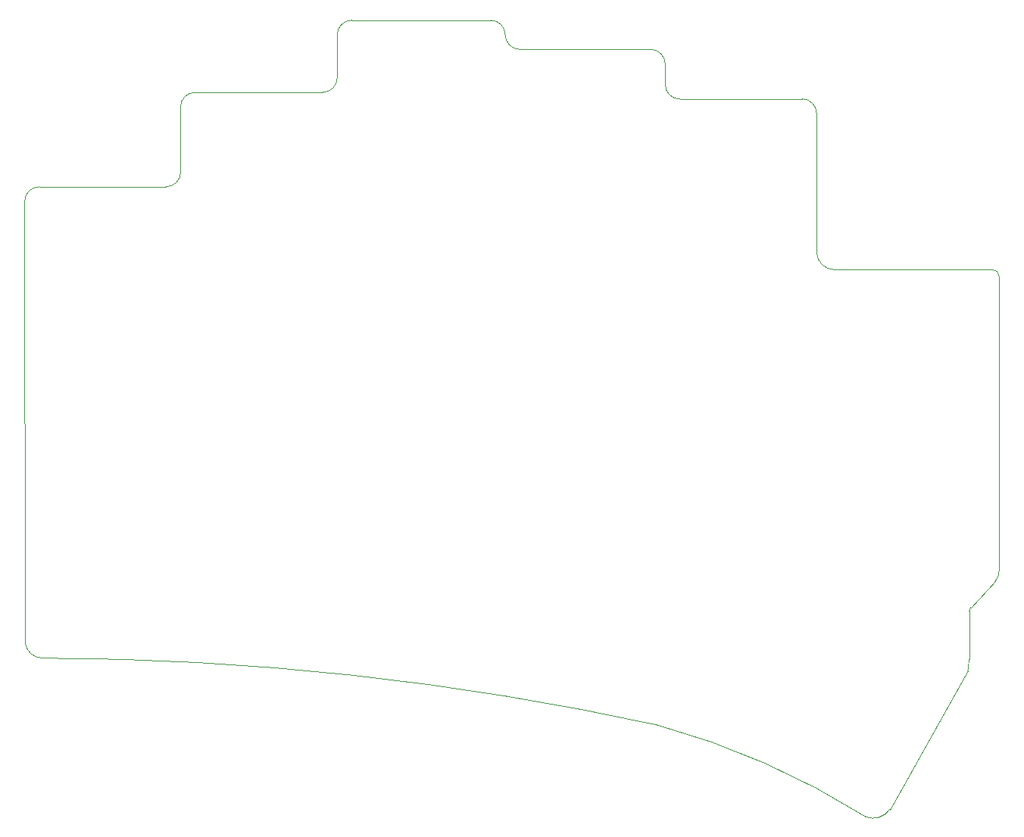
<source format=gbr>
%TF.GenerationSoftware,KiCad,Pcbnew,(6.0.4-0)*%
%TF.CreationDate,2022-12-22T20:07:12-07:00*%
%TF.ProjectId,half-swept,68616c66-2d73-4776-9570-742e6b696361,rev?*%
%TF.SameCoordinates,Original*%
%TF.FileFunction,Profile,NP*%
%FSLAX46Y46*%
G04 Gerber Fmt 4.6, Leading zero omitted, Abs format (unit mm)*
G04 Created by KiCad (PCBNEW (6.0.4-0)) date 2022-12-22 20:07:12*
%MOMM*%
%LPD*%
G01*
G04 APERTURE LIST*
%TA.AperFunction,Profile*%
%ADD10C,0.050000*%
%TD*%
G04 APERTURE END LIST*
D10*
X127635000Y-45362000D02*
G75*
G03*
X126885000Y-44612000I-750000J0D01*
G01*
X18690055Y-36976702D02*
X18730254Y-86245024D01*
X112727492Y-105833823D02*
G75*
G03*
X89409134Y-95561946I-46183492J-73238277D01*
G01*
X107222002Y-42683999D02*
G75*
G03*
X109257002Y-44614917I1999998J69999D01*
G01*
X112727505Y-105833792D02*
G75*
G03*
X115386889Y-105012601I812995J2083892D01*
G01*
X89409134Y-95561946D02*
G75*
G03*
X20768000Y-88081119I-69219164J-316475414D01*
G01*
X18730252Y-86245024D02*
G75*
G03*
X20768000Y-88081119I1977998J146414D01*
G01*
X127635000Y-45362000D02*
X127635000Y-62484000D01*
X107222001Y-42683999D02*
X107222045Y-27137419D01*
X109257002Y-44614917D02*
X126885000Y-44612000D01*
X127635000Y-62484000D02*
X127647000Y-69850000D01*
X127647000Y-69850000D02*
X127635000Y-75987850D01*
X115386889Y-105012601D02*
X124129800Y-89458800D01*
X72419700Y-18343145D02*
G75*
G03*
X70789800Y-16713200I-1629900J45D01*
G01*
X37748745Y-24786055D02*
X52000000Y-24786055D01*
X36118800Y-33716812D02*
X36118800Y-26416000D01*
X55259890Y-16713205D02*
G75*
G03*
X53629945Y-18343145I0J-1629945D01*
G01*
X127177800Y-79502000D02*
X124445061Y-82431250D01*
X20320000Y-35346757D02*
X34500000Y-35346757D01*
X124282200Y-88214200D02*
X124282200Y-82804000D01*
X20320000Y-35346755D02*
G75*
G03*
X18690055Y-36976702I0J-1629945D01*
G01*
X34500000Y-35346745D02*
G75*
G03*
X36129945Y-33716812I0J1629945D01*
G01*
X105592100Y-25527000D02*
X91931290Y-25527000D01*
X90301310Y-21603035D02*
G75*
G03*
X88671400Y-19973090I-1629910J35D01*
G01*
X74049690Y-19973090D02*
X88671400Y-19973090D01*
X53629945Y-23156110D02*
X53629945Y-18343145D01*
X124445061Y-82431250D02*
G75*
G03*
X124282200Y-82804000I345139J-372750D01*
G01*
X90301345Y-21603035D02*
X90301345Y-23897055D01*
X52000000Y-24786045D02*
G75*
G03*
X53629945Y-23156110I0J1629945D01*
G01*
X124131322Y-89453717D02*
G75*
G03*
X124282200Y-88214200I-3944822J1109117D01*
G01*
X90301400Y-23897055D02*
G75*
G03*
X91931290Y-25527000I1629900J-45D01*
G01*
X55259890Y-16713200D02*
X70789800Y-16713200D01*
X127635000Y-75987850D02*
X127635000Y-78232000D01*
X127177808Y-79502008D02*
G75*
G03*
X127635000Y-78232000I-1319508J1192308D01*
G01*
X37748745Y-24786100D02*
G75*
G03*
X36118800Y-26416000I-45J-1629900D01*
G01*
X72419710Y-18343145D02*
G75*
G03*
X74049690Y-19973090I1629990J45D01*
G01*
X107222026Y-27137419D02*
G75*
G03*
X105592100Y-25507474I-1629926J19D01*
G01*
M02*

</source>
